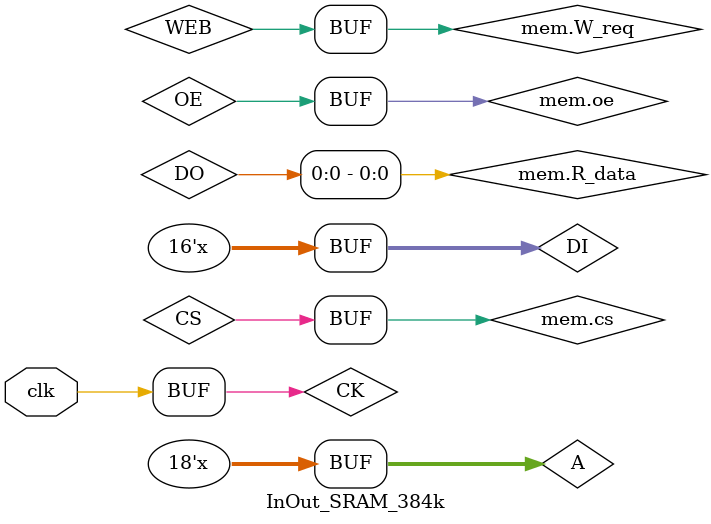
<source format=sv>
`ifndef INOUT_SRAM_384k_SV
`define INOUT_SRAM_384k_SV
`include ".EPU/SRAM_16b_32768w_64k.sv"
`include "Interface/sp_ram_intf.sv"


module InOut_SRAM_384k (
    input logic         clk,
    sp_ram_intf.memory mem
);

  logic         CK;
  logic         CS;
  logic         OE;
  logic         WEB;
  logic  [17:0] A;
  logic  [15:0] DI;
  logic  [15:0] DO;

  logic [17:0] latched_A;
  logic [15:0] _DO [0:5];

  assign CK = clk;
  assign CS = mem.cs;
  assign OE = mem.oe;
  assign A  = mem.addr[17:0];
  assign DI = mem.W_data[15:0];
  assign WEB = mem.W_req;
  assign mem.R_data = {{16{DO[15]}}, DO}; 

  always_ff @(posedge CK) latched_A <= A;

  always_comb begin
    DO = 16'b0;
    case (latched_A[17:15])
      3'h0: DO = _DO[0];
      3'h1: DO = _DO[1];
      3'h2: DO = _DO[2];
      3'h3: DO = _DO[3];
      3'h4: DO = _DO[4];
      3'h5: DO = _DO[5];
      3'h6: DO = 16'bz;
      3'h7: DO = 16'bz;
    endcase
  end

  genvar g;
  generate
    for (g = 0; g < 6; g = g + 1) begin : SRAM_blk
      logic       _CS;
      logic       _OE;
      logic       _WEB;

      assign _CS  = A[17:15] == g[2:0] ? CS : 1'b0;
      assign _OE  = latched_A[17:15] == g[2:0] ? OE : 1'b0;
      assign _WEB = A[17:15] == g[2:0] ? WEB : 1'b1;

      SRAM_16b_32768w_64k i_SRAM_16b_32768w_64k (
          .CK (CK),
          .CS (_CS),
          .OE (_OE),
          .WEB(_WEB),
          .A  (A[14:0]),
          .DI (DI),
          .DO (_DO[g])
      );
    end : SRAM_blk
  endgenerate

endmodule

`endif
</source>
